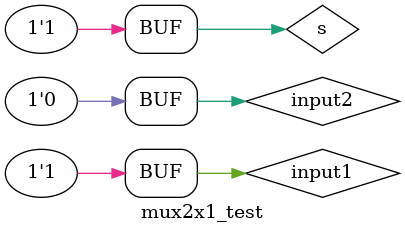
<source format=v>
module mux2x1_test();

wire out;
reg input1,input2,s;


mux2x1 mux2_1(out,input1,input2,s);

initial begin
  input1=1'b1;
  input2=1'b0;
  s=1'b0;
#5;
  s=1;
end

initial begin
  $monitor("Time:%2d input1:%1b, input2:%1b, s:%1b, out:%1b",$time,input1,input2,s,out);
end


endmodule

</source>
